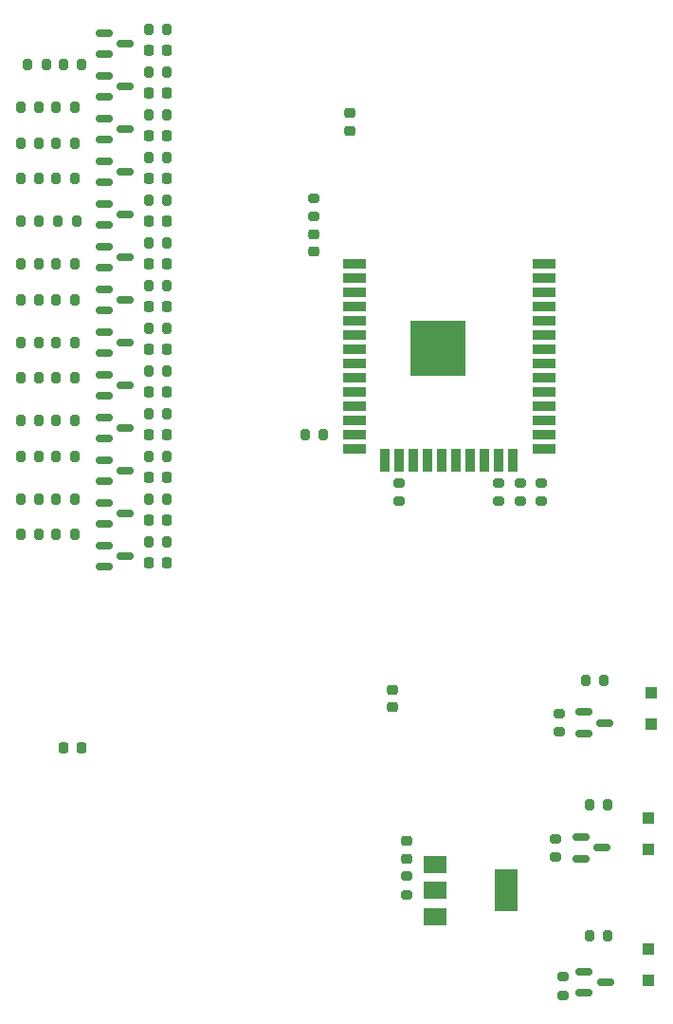
<source format=gtp>
%TF.GenerationSoftware,KiCad,Pcbnew,(6.0.0)*%
%TF.CreationDate,2022-03-13T20:29:15-04:00*%
%TF.ProjectId,alarm_panel_breakout,616c6172-6d5f-4706-916e-656c5f627265,rev?*%
%TF.SameCoordinates,Original*%
%TF.FileFunction,Paste,Top*%
%TF.FilePolarity,Positive*%
%FSLAX46Y46*%
G04 Gerber Fmt 4.6, Leading zero omitted, Abs format (unit mm)*
G04 Created by KiCad (PCBNEW (6.0.0)) date 2022-03-13 20:29:15*
%MOMM*%
%LPD*%
G01*
G04 APERTURE LIST*
G04 Aperture macros list*
%AMRoundRect*
0 Rectangle with rounded corners*
0 $1 Rounding radius*
0 $2 $3 $4 $5 $6 $7 $8 $9 X,Y pos of 4 corners*
0 Add a 4 corners polygon primitive as box body*
4,1,4,$2,$3,$4,$5,$6,$7,$8,$9,$2,$3,0*
0 Add four circle primitives for the rounded corners*
1,1,$1+$1,$2,$3*
1,1,$1+$1,$4,$5*
1,1,$1+$1,$6,$7*
1,1,$1+$1,$8,$9*
0 Add four rect primitives between the rounded corners*
20,1,$1+$1,$2,$3,$4,$5,0*
20,1,$1+$1,$4,$5,$6,$7,0*
20,1,$1+$1,$6,$7,$8,$9,0*
20,1,$1+$1,$8,$9,$2,$3,0*%
G04 Aperture macros list end*
%ADD10RoundRect,0.200000X0.200000X0.275000X-0.200000X0.275000X-0.200000X-0.275000X0.200000X-0.275000X0*%
%ADD11RoundRect,0.150000X-0.587500X-0.150000X0.587500X-0.150000X0.587500X0.150000X-0.587500X0.150000X0*%
%ADD12RoundRect,0.200000X-0.200000X-0.275000X0.200000X-0.275000X0.200000X0.275000X-0.200000X0.275000X0*%
%ADD13RoundRect,0.200000X-0.275000X0.200000X-0.275000X-0.200000X0.275000X-0.200000X0.275000X0.200000X0*%
%ADD14RoundRect,0.225000X-0.250000X0.225000X-0.250000X-0.225000X0.250000X-0.225000X0.250000X0.225000X0*%
%ADD15RoundRect,0.218750X-0.256250X0.218750X-0.256250X-0.218750X0.256250X-0.218750X0.256250X0.218750X0*%
%ADD16RoundRect,0.225000X-0.225000X-0.250000X0.225000X-0.250000X0.225000X0.250000X-0.225000X0.250000X0*%
%ADD17RoundRect,0.225000X0.225000X0.250000X-0.225000X0.250000X-0.225000X-0.250000X0.225000X-0.250000X0*%
%ADD18RoundRect,0.200000X0.275000X-0.200000X0.275000X0.200000X-0.275000X0.200000X-0.275000X-0.200000X0*%
%ADD19R,1.100000X1.100000*%
%ADD20RoundRect,0.225000X0.250000X-0.225000X0.250000X0.225000X-0.250000X0.225000X-0.250000X-0.225000X0*%
%ADD21R,2.000000X0.900000*%
%ADD22R,0.900000X2.000000*%
%ADD23R,5.000000X5.000000*%
%ADD24R,2.000000X1.500000*%
%ADD25R,2.000000X3.800000*%
G04 APERTURE END LIST*
D10*
%TO.C,R2*%
X34480000Y-33655000D03*
X32830000Y-33655000D03*
%TD*%
D11*
%TO.C,Q13*%
X14937500Y-5400000D03*
X14937500Y-7300000D03*
X16812500Y-6350000D03*
%TD*%
D12*
%TO.C,R18*%
X10605000Y-39370000D03*
X12255000Y-39370000D03*
%TD*%
%TO.C,R16*%
X18860000Y-43180000D03*
X20510000Y-43180000D03*
%TD*%
D13*
%TO.C,R9*%
X55530000Y-58510000D03*
X55530000Y-60160000D03*
%TD*%
D12*
%TO.C,R17*%
X7430000Y-39370000D03*
X9080000Y-39370000D03*
%TD*%
%TO.C,R15*%
X10605000Y-42545000D03*
X12255000Y-42545000D03*
%TD*%
D14*
%TO.C,C3*%
X33655000Y-15735000D03*
X33655000Y-17285000D03*
%TD*%
D11*
%TO.C,Q12*%
X14937500Y-9210000D03*
X14937500Y-11110000D03*
X16812500Y-10160000D03*
%TD*%
D12*
%TO.C,R44*%
X8065000Y-635000D03*
X9715000Y-635000D03*
%TD*%
D15*
%TO.C,D1*%
X41910000Y-69887500D03*
X41910000Y-71462500D03*
%TD*%
D16*
%TO.C,C10*%
X18910000Y-33655000D03*
X20460000Y-33655000D03*
%TD*%
D11*
%TO.C,Q7*%
X14937500Y-32070000D03*
X14937500Y-33970000D03*
X16812500Y-33020000D03*
%TD*%
%TO.C,Q4*%
X14937500Y-43500000D03*
X14937500Y-45400000D03*
X16812500Y-44450000D03*
%TD*%
D16*
%TO.C,C16*%
X18910000Y-6985000D03*
X20460000Y-6985000D03*
%TD*%
D13*
%TO.C,R3*%
X52070000Y-37910000D03*
X52070000Y-39560000D03*
%TD*%
D12*
%TO.C,R32*%
X7430000Y-18415000D03*
X9080000Y-18415000D03*
%TD*%
D11*
%TO.C,Q5*%
X14937500Y-39690000D03*
X14937500Y-41590000D03*
X16812500Y-40640000D03*
%TD*%
D12*
%TO.C,R40*%
X18860000Y-8890000D03*
X20510000Y-8890000D03*
%TD*%
D16*
%TO.C,C7*%
X18910000Y-45085000D03*
X20460000Y-45085000D03*
%TD*%
%TO.C,C15*%
X18910000Y-10795000D03*
X20460000Y-10795000D03*
%TD*%
%TO.C,C14*%
X18910000Y-14605000D03*
X20460000Y-14605000D03*
%TD*%
D11*
%TO.C,Q6*%
X14937500Y-35880000D03*
X14937500Y-37780000D03*
X16812500Y-36830000D03*
%TD*%
D16*
%TO.C,C9*%
X18910000Y-37465000D03*
X20460000Y-37465000D03*
%TD*%
%TO.C,C18*%
X18910000Y-26035000D03*
X20460000Y-26035000D03*
%TD*%
D11*
%TO.C,Q1*%
X57767500Y-58385000D03*
X57767500Y-60285000D03*
X59642500Y-59335000D03*
%TD*%
D16*
%TO.C,C19*%
X18910000Y-3175000D03*
X20460000Y-3175000D03*
%TD*%
D17*
%TO.C,C1*%
X12840000Y-61595000D03*
X11290000Y-61595000D03*
%TD*%
D12*
%TO.C,R43*%
X18860000Y-5080000D03*
X20510000Y-5080000D03*
%TD*%
%TO.C,R8*%
X57880000Y-55525000D03*
X59530000Y-55525000D03*
%TD*%
%TO.C,R19*%
X18860000Y-39370000D03*
X20510000Y-39370000D03*
%TD*%
D18*
%TO.C,R7*%
X53975000Y-39560000D03*
X53975000Y-37910000D03*
%TD*%
D19*
%TO.C,D3*%
X63500000Y-67815000D03*
X63500000Y-70615000D03*
%TD*%
D12*
%TO.C,R50*%
X7430000Y-4445000D03*
X9080000Y-4445000D03*
%TD*%
D11*
%TO.C,Q3*%
X57785000Y-81530000D03*
X57785000Y-83430000D03*
X59660000Y-82480000D03*
%TD*%
%TO.C,Q16*%
X14937500Y-1590000D03*
X14937500Y-3490000D03*
X16812500Y-2540000D03*
%TD*%
D12*
%TO.C,R30*%
X10605000Y-21590000D03*
X12255000Y-21590000D03*
%TD*%
%TO.C,R36*%
X10795000Y-14605000D03*
X12445000Y-14605000D03*
%TD*%
D11*
%TO.C,Q10*%
X14937500Y-16830000D03*
X14937500Y-18730000D03*
X16812500Y-17780000D03*
%TD*%
D12*
%TO.C,R47*%
X7430000Y-25400000D03*
X9080000Y-25400000D03*
%TD*%
%TO.C,R49*%
X18860000Y-24130000D03*
X20510000Y-24130000D03*
%TD*%
D14*
%TO.C,C2*%
X36830000Y-4940000D03*
X36830000Y-6490000D03*
%TD*%
D12*
%TO.C,R22*%
X18860000Y-35560000D03*
X20510000Y-35560000D03*
%TD*%
D11*
%TO.C,Q8*%
X14937500Y-28260000D03*
X14937500Y-30160000D03*
X16812500Y-29210000D03*
%TD*%
D12*
%TO.C,R34*%
X18860000Y-16510000D03*
X20510000Y-16510000D03*
%TD*%
%TO.C,R14*%
X7430000Y-42545000D03*
X9080000Y-42545000D03*
%TD*%
%TO.C,R52*%
X18860000Y-1270000D03*
X20510000Y-1270000D03*
%TD*%
%TO.C,R31*%
X18860000Y-20320000D03*
X20510000Y-20320000D03*
%TD*%
D16*
%TO.C,C8*%
X18910000Y-41275000D03*
X20460000Y-41275000D03*
%TD*%
D12*
%TO.C,R23*%
X7430000Y-32385000D03*
X9080000Y-32385000D03*
%TD*%
%TO.C,R28*%
X18860000Y-27940000D03*
X20510000Y-27940000D03*
%TD*%
D20*
%TO.C,C6*%
X40640000Y-57925000D03*
X40640000Y-56375000D03*
%TD*%
D13*
%TO.C,R5*%
X41275000Y-37910000D03*
X41275000Y-39560000D03*
%TD*%
D12*
%TO.C,R29*%
X7430000Y-21590000D03*
X9080000Y-21590000D03*
%TD*%
%TO.C,R12*%
X58230000Y-78355000D03*
X59880000Y-78355000D03*
%TD*%
%TO.C,R10*%
X58230000Y-66675000D03*
X59880000Y-66675000D03*
%TD*%
D11*
%TO.C,Q15*%
X14937500Y-24450000D03*
X14937500Y-26350000D03*
X16812500Y-25400000D03*
%TD*%
D21*
%TO.C,U1*%
X37220000Y-18415000D03*
X37220000Y-19685000D03*
X37220000Y-20955000D03*
X37220000Y-22225000D03*
X37220000Y-23495000D03*
X37220000Y-24765000D03*
X37220000Y-26035000D03*
X37220000Y-27305000D03*
X37220000Y-28575000D03*
X37220000Y-29845000D03*
X37220000Y-31115000D03*
X37220000Y-32385000D03*
X37220000Y-33655000D03*
X37220000Y-34925000D03*
D22*
X40005000Y-35925000D03*
X41275000Y-35925000D03*
X42545000Y-35925000D03*
X43815000Y-35925000D03*
X45085000Y-35925000D03*
X46355000Y-35925000D03*
X47625000Y-35925000D03*
X48895000Y-35925000D03*
X50165000Y-35925000D03*
X51435000Y-35925000D03*
D21*
X54220000Y-34925000D03*
X54220000Y-33655000D03*
X54220000Y-32385000D03*
X54220000Y-31115000D03*
X54220000Y-29845000D03*
X54220000Y-28575000D03*
X54220000Y-27305000D03*
X54220000Y-26035000D03*
X54220000Y-24765000D03*
X54220000Y-23495000D03*
X54220000Y-22225000D03*
X54220000Y-20955000D03*
X54220000Y-19685000D03*
X54220000Y-18415000D03*
D23*
X44720000Y-25915000D03*
%TD*%
D11*
%TO.C,Q11*%
X14937500Y-13020000D03*
X14937500Y-14920000D03*
X16812500Y-13970000D03*
%TD*%
%TO.C,Q9*%
X14937500Y-20640000D03*
X14937500Y-22540000D03*
X16812500Y-21590000D03*
%TD*%
D12*
%TO.C,R24*%
X10605000Y-32385000D03*
X12255000Y-32385000D03*
%TD*%
%TO.C,R35*%
X7430000Y-14605000D03*
X9080000Y-14605000D03*
%TD*%
D19*
%TO.C,D4*%
X63500000Y-79495000D03*
X63500000Y-82295000D03*
%TD*%
D11*
%TO.C,Q2*%
X57482500Y-69535000D03*
X57482500Y-71435000D03*
X59357500Y-70485000D03*
%TD*%
D12*
%TO.C,R51*%
X10605000Y-4445000D03*
X12255000Y-4445000D03*
%TD*%
D13*
%TO.C,R13*%
X55880000Y-81975000D03*
X55880000Y-83625000D03*
%TD*%
D11*
%TO.C,Q14*%
X14937500Y2220000D03*
X14937500Y320000D03*
X16812500Y1270000D03*
%TD*%
D18*
%TO.C,R4*%
X41910000Y-74675000D03*
X41910000Y-73025000D03*
%TD*%
D16*
%TO.C,C12*%
X18910000Y-22225000D03*
X20460000Y-22225000D03*
%TD*%
%TO.C,C17*%
X18910000Y635000D03*
X20460000Y635000D03*
%TD*%
D12*
%TO.C,R26*%
X7430000Y-28575000D03*
X9080000Y-28575000D03*
%TD*%
%TO.C,R48*%
X10605000Y-25400000D03*
X12255000Y-25400000D03*
%TD*%
%TO.C,R38*%
X7430000Y-10795000D03*
X9080000Y-10795000D03*
%TD*%
D13*
%TO.C,R6*%
X50165000Y-37910000D03*
X50165000Y-39560000D03*
%TD*%
D19*
%TO.C,D2*%
X63785000Y-56665000D03*
X63785000Y-59465000D03*
%TD*%
D12*
%TO.C,R20*%
X7430000Y-35560000D03*
X9080000Y-35560000D03*
%TD*%
%TO.C,R39*%
X10605000Y-10795000D03*
X12255000Y-10795000D03*
%TD*%
D24*
%TO.C,U2*%
X44475000Y-71995000D03*
X44475000Y-74295000D03*
D25*
X50775000Y-74295000D03*
D24*
X44475000Y-76595000D03*
%TD*%
D12*
%TO.C,R27*%
X10605000Y-28575000D03*
X12255000Y-28575000D03*
%TD*%
%TO.C,R25*%
X18860000Y-31750000D03*
X20510000Y-31750000D03*
%TD*%
%TO.C,R21*%
X10605000Y-35560000D03*
X12255000Y-35560000D03*
%TD*%
%TO.C,R42*%
X10605000Y-7620000D03*
X12255000Y-7620000D03*
%TD*%
D16*
%TO.C,C13*%
X18910000Y-18415000D03*
X20460000Y-18415000D03*
%TD*%
D12*
%TO.C,R37*%
X18860000Y-12700000D03*
X20510000Y-12700000D03*
%TD*%
%TO.C,R41*%
X7430000Y-7620000D03*
X9080000Y-7620000D03*
%TD*%
%TO.C,R45*%
X11240000Y-635000D03*
X12890000Y-635000D03*
%TD*%
D16*
%TO.C,C11*%
X18910000Y-29845000D03*
X20460000Y-29845000D03*
%TD*%
D12*
%TO.C,R33*%
X10605000Y-18415000D03*
X12255000Y-18415000D03*
%TD*%
D13*
%TO.C,R1*%
X33655000Y-12510000D03*
X33655000Y-14160000D03*
%TD*%
D12*
%TO.C,R46*%
X18860000Y2540000D03*
X20510000Y2540000D03*
%TD*%
D13*
%TO.C,R11*%
X55245000Y-69660000D03*
X55245000Y-71310000D03*
%TD*%
M02*

</source>
